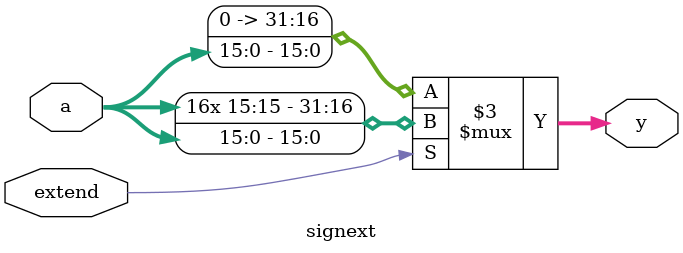
<source format=v>
`timescale 1ns / 1ps


module signext(
    input [15:0] a,
    input extend,
    output reg [31:0] y
    );
    
    always@(*)
    if(extend)
        y<= { {16{a[15]}},a };
    else
        y<= { 16'b0,a };
    
endmodule

</source>
